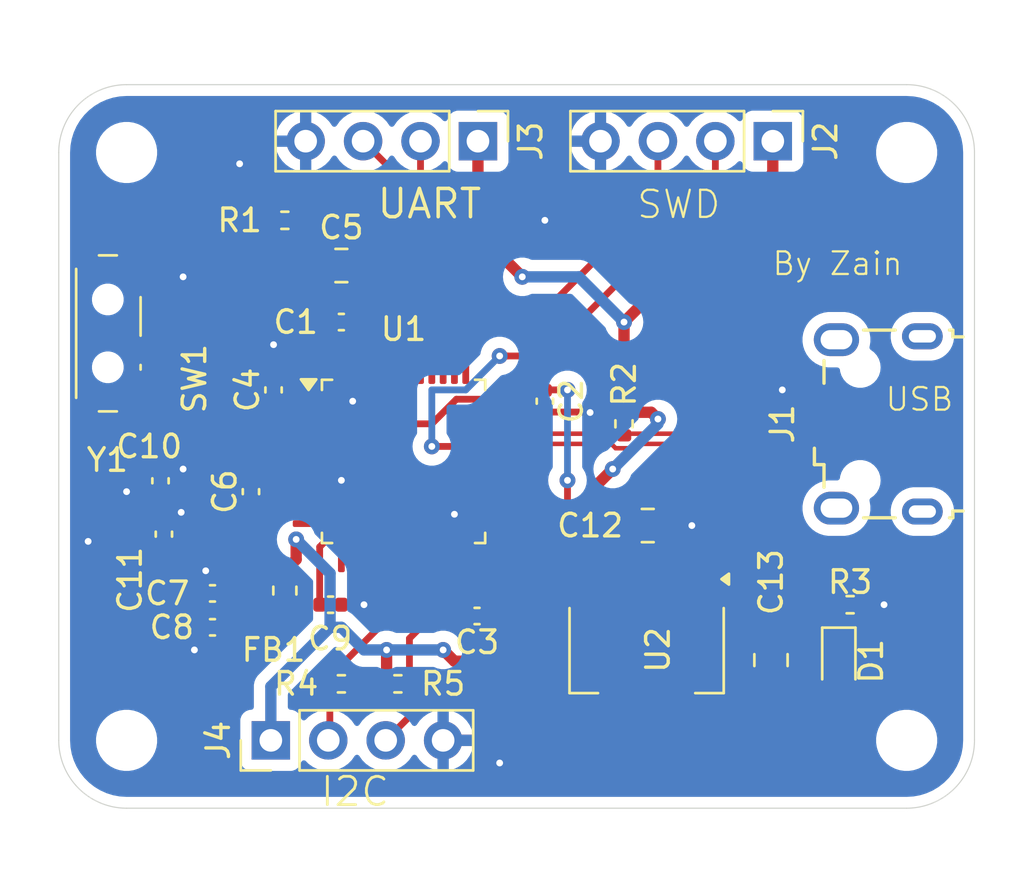
<source format=kicad_pcb>
(kicad_pcb (version 20240108) (generator "pcbnew") (generator_version "8.0")
  (layers (0 "F.Cu" signal) (31 "B.Cu" power) (34 "B.Paste" user) (35 "F.Paste" user) (36 "B.SilkS" user "B.Silkscreen") (37 "F.SilkS" user "F.Silkscreen") (38 "B.Mask" user) (39 "F.Mask" user) (44 "Edge.Cuts" user))
  (net 0 "")
  (net 1 "+3.3V")
  (net 2 "+3.3VA")
  (net 3 "Net-(C8-Pad1)")
  (net 4 "/NRST")
  (net 5 "/HSE_IN")
  (net 6 "/HSE_OUT")
  (net 7 "VBUS")
  (net 8 "/Pwr_led")
  (net 9 "/USB_D-")
  (net 12 "/USB_D+")
  (net 14 "/SWDIO")
  (net 15 "/SWCLK")
  (net 16 "/USART1_TX")
  (net 17 "/USART1_RX")
  (net 18 "Net-(J4-Pin_2)")
  (net 19 "Net-(J4-Pin_3)")
  (net 20 "/SW_BOOT0")
  (net 21 "/BOOT0")
  (net 49 "GND")
  (footprint "Connector_PinHeader_2.54mm:PinHeader_1x04_P2.54mm_Vertical" (layer "F.Cu") (at 91.88 77.5 90)
    (property "Reference" "J4" (at 0 -2.33 90) (layer "F.SilkS"))
    (property "Value" "Conn_01x04_Pin")
    (fp_line (start -1.33 -1.33) (end 0 -1.33) (stroke (width 0.12)) (layer "F.SilkS"))
    (fp_line (start -1.33 0) (end -1.33 -1.33) (stroke (width 0.12)) (layer "F.SilkS"))
    (fp_line (start 1.33 1.27) (end 1.33 8.95) (stroke (width 0.12)) (layer "F.SilkS"))
    (fp_line (start -1.33 1.27) (end 1.33 1.27) (stroke (width 0.12)) (layer "F.SilkS"))
    (fp_line (start -1.33 1.27) (end -1.33 8.95) (stroke (width 0.12)) (layer "F.SilkS"))
    (fp_line (start -1.33 8.95) (end 1.33 8.95) (stroke (width 0.12)) (layer "F.SilkS"))
    (pad "1" thru_hole rect (at 0 0 90) (size 1.7 1.7) (drill 1) (layers "*.Cu" "*.Mask") (net 2 "+3.3VA"))
    (pad "2" thru_hole oval (at 0 2.54 90) (size 1.7 1.7) (drill 1) (layers "*.Cu" "*.Mask") (net 18 "Net-(J4-Pin_2)"))
    (pad "3" thru_hole oval (at 0 5.08 90) (size 1.7 1.7) (drill 1) (layers "*.Cu" "*.Mask") (net 19 "Net-(J4-Pin_3)"))
    (pad "4" thru_hole oval (at 0 7.62 90) (size 1.7 1.7) (drill 1) (layers "*.Cu" "*.Mask") (net 49 "GND"))
  )
  (footprint "Capacitor_SMD:C_0805_2012Metric" (layer "F.Cu") (at 108.55 68)
    (property "Reference" "C12" (at -2.55 0 0) (layer "F.SilkS"))
    (property "Value" "22u")
    (fp_line (start -0.261252 -0.735) (end 0.261252 -0.735) (stroke (width 0.12)) (layer "F.SilkS"))
    (fp_line (start -0.261252 0.735) (end 0.261252 0.735) (stroke (width 0.12)) (layer "F.SilkS"))
    (pad "1" smd roundrect (at -0.95 0) (size 1 1.45) (layers "F.Cu" "F.Paste" "F.Mask") (net 7 "VBUS"))
    (pad "2" smd roundrect (at 0.95 0) (size 1 1.45) (layers "F.Cu" "F.Paste" "F.Mask") (net 49 "GND"))
  )
  (footprint "Connector_PinHeader_2.54mm:PinHeader_1x04_P2.54mm_Vertical" (layer "F.Cu") (at 101.04 51 -90)
    (property "Reference" "J3" (at 0 -2.33 90) (layer "F.SilkS"))
    (property "Value" "Conn_01x04_Pin")
    (fp_line (start -1.33 8.95) (end 1.33 8.95) (stroke (width 0.12)) (layer "F.SilkS"))
    (fp_line (start -1.33 1.27) (end -1.33 8.95) (stroke (width 0.12)) (layer "F.SilkS"))
    (fp_line (start -1.33 1.27) (end 1.33 1.27) (stroke (width 0.12)) (layer "F.SilkS"))
    (fp_line (start 1.33 1.27) (end 1.33 8.95) (stroke (width 0.12)) (layer "F.SilkS"))
    (fp_line (start -1.33 0) (end -1.33 -1.33) (stroke (width 0.12)) (layer "F.SilkS"))
    (fp_line (start -1.33 -1.33) (end 0 -1.33) (stroke (width 0.12)) (layer "F.SilkS"))
    (pad "1" thru_hole rect (at 0 0 270) (size 1.7 1.7) (drill 1) (layers "*.Cu" "*.Mask") (net 2 "+3.3VA"))
    (pad "2" thru_hole oval (at 0 2.54 270) (size 1.7 1.7) (drill 1) (layers "*.Cu" "*.Mask") (net 16 "/USART1_TX"))
    (pad "3" thru_hole oval (at 0 5.08 270) (size 1.7 1.7) (drill 1) (layers "*.Cu" "*.Mask") (net 17 "/USART1_RX"))
    (pad "4" thru_hole oval (at 0 7.62 270) (size 1.7 1.7) (drill 1) (layers "*.Cu" "*.Mask") (net 49 "GND"))
  )
  (footprint "Capacitor_SMD:C_0402_1005Metric" (layer "F.Cu") (at 95 59)
    (property "Reference" "C1" (at -2.02 0 0) (layer "F.SilkS"))
    (property "Value" "10u")
    (fp_line (start -0.107836 -0.36) (end 0.107836 -0.36) (stroke (width 0.12)) (layer "F.SilkS"))
    (fp_line (start -0.107836 0.36) (end 0.107836 0.36) (stroke (width 0.12)) (layer "F.SilkS"))
    (pad "1" smd roundrect (at -0.48 0) (size 0.56 0.62) (layers "F.Cu" "F.Paste" "F.Mask") (net 1 "+3.3V"))
    (pad "2" smd roundrect (at 0.48 0) (size 0.56 0.62) (layers "F.Cu" "F.Paste" "F.Mask") (net 49 "GND"))
  )
  (footprint "Capacitor_SMD:C_0402_1005Metric" (layer "F.Cu") (at 89.3 72.5 180)
    (property "Reference" "C8" (at 1.8 0 0) (layer "F.SilkS"))
    (property "Value" "10p")
    (fp_line (start -0.107836 0.36) (end 0.107836 0.36) (stroke (width 0.12)) (layer "F.SilkS"))
    (fp_line (start -0.107836 -0.36) (end 0.107836 -0.36) (stroke (width 0.12)) (layer "F.SilkS"))
    (pad "1" smd roundrect (at -0.48 0 180) (size 0.56 0.62) (layers "F.Cu" "F.Paste" "F.Mask") (net 3 "Net-(C8-Pad1)"))
    (pad "2" smd roundrect (at 0.48 0 180) (size 0.56 0.62) (layers "F.Cu" "F.Paste" "F.Mask") (net 49 "GND"))
  )
  (footprint "Package_QFP:LQFP-48_7x7mm_P0.5mm" (layer "F.Cu") (at 97.75 65.1625)
    (property "Reference" "U1" (at 0 -5.85 0) (layer "F.SilkS"))
    (property "Value" "STM32F103C8T6")
    (fp_line (start -3.61 -3.61) (end -3.61 -3.16) (stroke (width 0.12)) (layer "F.SilkS"))
    (fp_line (start -3.61 3.61) (end -3.61 3.16) (stroke (width 0.12)) (layer "F.SilkS"))
    (fp_line (start -3.16 -3.61) (end -3.61 -3.61) (stroke (width 0.12)) (layer "F.SilkS"))
    (fp_line (start -3.16 3.61) (end -3.61 3.61) (stroke (width 0.12)) (layer "F.SilkS"))
    (fp_line (start 3.16 -3.61) (end 3.61 -3.61) (stroke (width 0.12)) (layer "F.SilkS"))
    (fp_line (start 3.16 3.61) (end 3.61 3.61) (stroke (width 0.12)) (layer "F.SilkS"))
    (fp_line (start 3.61 -3.61) (end 3.61 -3.16) (stroke (width 0.12)) (layer "F.SilkS"))
    (fp_line (start 3.61 3.61) (end 3.61 3.16) (stroke (width 0.12)) (layer "F.SilkS"))
    (fp_poly (pts (xy -4.2 -3.16) (xy -4.54 -3.63) (xy -3.86 -3.63) (xy -4.2 -3.16)) (stroke (width 0.12)) (fill solid) (layer "F.SilkS"))
    (pad "1" smd roundrect (at -4.1625 -2.75) (size 1.475 0.3) (layers "F.Cu" "F.Paste" "F.Mask") (net 1 "+3.3V"))
    (pad "2" smd roundrect (at -4.1625 -2.25) (size 1.475 0.3) (layers "F.Cu" "F.Paste" "F.Mask"))
    (pad "3" smd roundrect (at -4.1625 -1.75) (size 1.475 0.3) (layers "F.Cu" "F.Paste" "F.Mask"))
    (pad "4" smd roundrect (at -4.1625 -1.25) (size 1.475 0.3) (layers "F.Cu" "F.Paste" "F.Mask"))
    (pad "5" smd roundrect (at -4.1625 -0.75) (size 1.475 0.3) (layers "F.Cu" "F.Paste" "F.Mask") (net 5 "/HSE_IN"))
    (pad "6" smd roundrect (at -4.1625 -0.25) (size 1.475 0.3) (layers "F.Cu" "F.Paste" "F.Mask") (net 6 "/HSE_OUT"))
    (pad "7" smd roundrect (at -4.1625 0.25) (size 1.475 0.3) (layers "F.Cu" "F.Paste" "F.Mask") (net 4 "/NRST"))
    (pad "8" smd roundrect (at -4.1625 0.75) (size 1.475 0.3) (layers "F.Cu" "F.Paste" "F.Mask") (net 49 "GND"))
    (pad "9" smd roundrect (at -4.1625 1.25) (size 1.475 0.3) (layers "F.Cu" "F.Paste" "F.Mask") (net 2 "+3.3VA"))
    (pad "10" smd roundrect (at -4.1625 1.75) (size 1.475 0.3) (layers "F.Cu" "F.Paste" "F.Mask"))
    (pad "11" smd roundrect (at -4.1625 2.25) (size 1.475 0.3) (layers "F.Cu" "F.Paste" "F.Mask"))
    (pad "12" smd roundrect (at -4.1625 2.75) (size 1.475 0.3) (layers "F.Cu" "F.Paste" "F.Mask"))
    (pad "13" smd roundrect (at -2.75 4.1625) (size 0.3 1.475) (layers "F.Cu" "F.Paste" "F.Mask"))
    (pad "14" smd roundrect (at -2.25 4.1625) (size 0.3 1.475) (layers "F.Cu" "F.Paste" "F.Mask"))
    (pad "15" smd roundrect (at -1.75 4.1625) (size 0.3 1.475) (layers "F.Cu" "F.Paste" "F.Mask"))
    (pad "16" smd roundrect (at -1.25 4.1625) (size 0.3 1.475) (layers "F.Cu" "F.Paste" "F.Mask"))
    (pad "17" smd roundrect (at -0.75 4.1625) (size 0.3 1.475) (layers "F.Cu" "F.Paste" "F.Mask"))
    (pad "18" smd roundrect (at -0.25 4.1625) (size 0.3 1.475) (layers "F.Cu" "F.Paste" "F.Mask"))
    (pad "19" smd roundrect (at 0.25 4.1625) (size 0.3 1.475) (layers "F.Cu" "F.Paste" "F.Mask"))
    (pad "20" smd roundrect (at 0.75 4.1625) (size 0.3 1.475) (layers "F.Cu" "F.Paste" "F.Mask"))
    (pad "21" smd roundrect (at 1.25 4.1625) (size 0.3 1.475) (layers "F.Cu" "F.Paste" "F.Mask") (net 18 "Net-(J4-Pin_2)"))
    (pad "22" smd roundrect (at 1.75 4.1625) (size 0.3 1.475) (layers "F.Cu" "F.Paste" "F.Mask") (net 19 "Net-(J4-Pin_3)"))
    (pad "23" smd roundrect (at 2.25 4.1625) (size 0.3 1.475) (layers "F.Cu" "F.Paste" "F.Mask") (net 49 "GND"))
    (pad "24" smd roundrect (at 2.75 4.1625) (size 0.3 1.475) (layers "F.Cu" "F.Paste" "F.Mask") (net 1 "+3.3V"))
    (pad "25" smd roundrect (at 4.1625 2.75) (size 1.475 0.3) (layers "F.Cu" "F.Paste" "F.Mask"))
    (pad "26" smd roundrect (at 4.1625 2.25) (size 1.475 0.3) (layers "F.Cu" "F.Paste" "F.Mask"))
    (pad "27" smd roundrect (at 4.1625 1.75) (size 1.475 0.3) (layers "F.Cu" "F.Paste" "F.Mask"))
    (pad "28" smd roundrect (at 4.1625 1.25) (size 1.475 0.3) (layers "F.Cu" "F.Paste" "F.Mask"))
    (pad "29" smd roundrect (at 4.1625 0.75) (size 1.475 0.3) (layers "F.Cu" "F.Paste" "F.Mask"))
    (pad "30" smd roundrect (at 4.1625 0.25) (size 1.475 0.3) (layers "F.Cu" "F.Paste" "F.Mask"))
    (pad "31" smd roundrect (at 4.1625 -0.25) (size 1.475 0.3) (layers "F.Cu" "F.Paste" "F.Mask"))
    (pad "32" smd roundrect (at 4.1625 -0.75) (size 1.475 0.3) (layers "F.Cu" "F.Paste" "F.Mask") (net 9 "/USB_D-"))
    (pad "33" smd roundrect (at 4.1625 -1.25) (size 1.475 0.3) (layers "F.Cu" "F.Paste" "F.Mask") (net 12 "/USB_D+"))
    (pad "34" smd roundrect (at 4.1625 -1.75) (size 1.475 0.3) (layers "F.Cu" "F.Paste" "F.Mask") (net 14 "/SWDIO"))
    (pad "35" smd roundrect (at 4.1625 -2.25) (size 1.475 0.3) (layers "F.Cu" "F.Paste" "F.Mask") (net 49 "GND"))
    (pad "36" smd roundrect (at 4.1625 -2.75) (size 1.475 0.3) (layers "F.Cu" "F.Paste" "F.Mask") (net 1 "+3.3V"))
    (pad "37" smd roundrect (at 2.75 -4.1625) (size 0.3 1.475) (layers "F.Cu" "F.Paste" "F.Mask") (net 15 "/SWCLK"))
    (pad "38" smd roundrect (at 2.25 -4.1625) (size 0.3 1.475) (layers "F.Cu" "F.Paste" "F.Mask"))
    (pad "39" smd roundrect (at 1.75 -4.1625) (size 0.3 1.475) (layers "F.Cu" "F.Paste" "F.Mask"))
    (pad "40" smd roundrect (at 1.25 -4.1625) (size 0.3 1.475) (layers "F.Cu" "F.Paste" "F.Mask"))
    (pad "41" smd roundrect (at 0.75 -4.1625) (size 0.3 1.475) (layers "F.Cu" "F.Paste" "F.Mask"))
    (pad "42" smd roundrect (at 0.25 -4.1625) (size 0.3 1.475) (layers "F.Cu" "F.Paste" "F.Mask") (net 16 "/USART1_TX"))
    (pad "43" smd roundrect (at -0.25 -4.1625) (size 0.3 1.475) (layers "F.Cu" "F.Paste" "F.Mask") (net 17 "/USART1_RX"))
    (pad "44" smd roundrect (at -0.75 -4.1625) (size 0.3 1.475) (layers "F.Cu" "F.Paste" "F.Mask") (net 21 "/BOOT0"))
    (pad "45" smd roundrect (at -1.25 -4.1625) (size 0.3 1.475) (layers "F.Cu" "F.Paste" "F.Mask"))
    (pad "46" smd roundrect (at -1.75 -4.1625) (size 0.3 1.475) (layers "F.Cu" "F.Paste" "F.Mask"))
    (pad "47" smd roundrect (at -2.25 -4.1625) (size 0.3 1.475) (layers "F.Cu" "F.Paste" "F.Mask") (net 49 "GND"))
    (pad "48" smd roundrect (at -2.75 -4.1625) (size 0.3 1.475) (layers "F.Cu" "F.Paste" "F.Mask") (net 1 "+3.3V"))
  )
  (footprint "Package_TO_SOT_SMD:SOT-223-3_TabPin2" (layer "F.Cu") (at 108.5 73.5 -90)
    (property "Reference" "U2" (at 0 -0.5 90) (layer "F.SilkS"))
    (property "Value" "AMS1117-3.3")
    (fp_line (start -1.85 3.41) (end 1.91 3.41) (stroke (width 0.12)) (layer "F.SilkS"))
    (fp_line (start 1.91 3.41) (end 1.91 2.15) (stroke (width 0.12)) (layer "F.SilkS"))
    (fp_line (start -1.85 -3.41) (end 1.91 -3.41) (stroke (width 0.12)) (layer "F.SilkS"))
    (fp_line (start 1.91 -3.41) (end 1.91 -2.15) (stroke (width 0.12)) (layer "F.SilkS"))
    (fp_poly (pts (xy -3.13 -3.31) (xy -3.37 -3.64) (xy -2.89 -3.64) (xy -3.13 -3.31)) (stroke (width 0.12)) (fill solid) (layer "F.SilkS"))
    (pad "1" smd roundrect (at -3.15 -2.3 270) (size 2 1.5) (layers "F.Cu" "F.Paste" "F.Mask") (net 49 "GND"))
    (pad "2" smd roundrect (at -3.15 0 270) (size 2 1.5) (layers "F.Cu" "F.Paste" "F.Mask") (net 2 "+3.3VA"))
    (pad "2" smd roundrect (at 3.15 0 270) (size 2 3.8) (layers "F.Cu" "F.Paste" "F.Mask") (net 2 "+3.3VA"))
    (pad "3" smd roundrect (at -3.15 2.3 270) (size 2 1.5) (layers "F.Cu" "F.Paste" "F.Mask") (net 7 "VBUS"))
  )
  (footprint "Resistor_SMD:R_0402_1005Metric" (layer "F.Cu") (at 92.5 54.5)
    (property "Reference" "R1" (at -2 0 0) (layer "F.SilkS"))
    (property "Value" "10k")
    (fp_line (start -0.153641 -0.38) (end 0.153641 -0.38) (stroke (width 0.12)) (layer "F.SilkS"))
    (fp_line (start -0.153641 0.38) (end 0.153641 0.38) (stroke (width 0.12)) (layer "F.SilkS"))
    (pad "1" smd roundrect (at -0.51 0) (size 0.54 0.64) (layers "F.Cu" "F.Paste" "F.Mask") (net 20 "/SW_BOOT0"))
    (pad "2" smd roundrect (at 0.51 0) (size 0.54 0.64) (layers "F.Cu" "F.Paste" "F.Mask") (net 21 "/BOOT0"))
  )
  (footprint "Capacitor_SMD:C_0805_2012Metric" (layer "F.Cu") (at 114 73.95 90)
    (property "Reference" "C13" (at 3.45 0 90) (layer "F.SilkS"))
    (property "Value" "22u")
    (fp_line (start -0.261252 -0.735) (end 0.261252 -0.735) (stroke (width 0.12)) (layer "F.SilkS"))
    (fp_line (start -0.261252 0.735) (end 0.261252 0.735) (stroke (width 0.12)) (layer "F.SilkS"))
    (pad "1" smd roundrect (at -0.95 0 90) (size 1 1.45) (layers "F.Cu" "F.Paste" "F.Mask") (net 2 "+3.3VA"))
    (pad "2" smd roundrect (at 0.95 0 90) (size 1 1.45) (layers "F.Cu" "F.Paste" "F.Mask") (net 49 "GND"))
  )
  (footprint "Inductor_SMD:L_0603_1608Metric_Pad1.05x0.95mm_HandSolder" (layer "F.Cu") (at 92.5 70.875 -90)
    (property "Reference" "FB1" (at 2.625 0.5 180) (layer "F.SilkS"))
    (property "Value" "120R")
    (fp_line (start -0.171267 0.51) (end 0.171267 0.51) (stroke (width 0.12)) (layer "F.SilkS"))
    (fp_line (start -0.171267 -0.51) (end 0.171267 -0.51) (stroke (width 0.12)) (layer "F.SilkS"))
    (pad "1" smd roundrect (at -0.875 0 270) (size 1.05 0.95) (layers "F.Cu" "F.Paste" "F.Mask") (net 2 "+3.3VA"))
    (pad "2" smd roundrect (at 0.875 0 270) (size 1.05 0.95) (layers "F.Cu" "F.Paste" "F.Mask") (net 3 "Net-(C8-Pad1)"))
  )
  (footprint "MountingHole:MountingHole_2.2mm_M2" (layer "F.Cu") (at 120 77.5)
    (property "Reference" "H2" (hide yes))
    (property "Value" "MountingHole")
    (pad "" np_thru_hole circle (at 0 0) (size 2.2 2.2) (drill 2.2) (layers "*.Cu" "*.Mask"))
  )
  (footprint "Resistor_SMD:R_0402_1005Metric" (layer "F.Cu") (at 107.5 63.5 -90)
    (property "Reference" "R2" (at -1.75 0 -90) (layer "F.SilkS"))
    (property "Value" "1k5")
    (fp_line (start -0.153641 0.38) (end 0.153641 0.38) (stroke (width 0.12)) (layer "F.SilkS"))
    (fp_line (start -0.153641 -0.38) (end 0.153641 -0.38) (stroke (width 0.12)) (layer "F.SilkS"))
    (pad "1" smd roundrect (at -0.51 0 270) (size 0.54 0.64) (layers "F.Cu" "F.Paste" "F.Mask") (net 2 "+3.3VA"))
    (pad "2" smd roundrect (at 0.51 0 270) (size 0.54 0.64) (layers "F.Cu" "F.Paste" "F.Mask") (net 12 "/USB_D+"))
  )
  (footprint "Connector_PinHeader_2.54mm:PinHeader_1x04_P2.54mm_Vertical" (layer "F.Cu") (at 114.08 51 -90)
    (property "Reference" "J2" (at 0 -2.33 90) (layer "F.SilkS"))
    (property "Value" "Conn_01x04_Pin")
    (fp_line (start -1.33 8.95) (end 1.33 8.95) (stroke (width 0.12)) (layer "F.SilkS"))
    (fp_line (start -1.33 1.27) (end -1.33 8.95) (stroke (width 0.12)) (layer "F.SilkS"))
    (fp_line (start -1.33 1.27) (end 1.33 1.27) (stroke (width 0.12)) (layer "F.SilkS"))
    (fp_line (start 1.33 1.27) (end 1.33 8.95) (stroke (width 0.12)) (layer "F.SilkS"))
    (fp_line (start -1.33 0) (end -1.33 -1.33) (stroke (width 0.12)) (layer "F.SilkS"))
    (fp_line (start -1.33 -1.33) (end 0 -1.33) (stroke (width 0.12)) (layer "F.SilkS"))
    (pad "1" thru_hole rect (at 0 0 270) (size 1.7 1.7) (drill 1) (layers "*.Cu" "*.Mask") (net 2 "+3.3VA"))
    (pad "2" thru_hole oval (at 0 2.54 270) (size 1.7 1.7) (drill 1) (layers "*.Cu" "*.Mask") (net 14 "/SWDIO"))
    (pad "3" thru_hole oval (at 0 5.08 270) (size 1.7 1.7) (drill 1) (layers "*.Cu" "*.Mask") (net 15 "/SWCLK"))
    (pad "4" thru_hole oval (at 0 7.62 270) (size 1.7 1.7) (drill 1) (layers "*.Cu" "*.Mask") (net 49 "GND"))
  )
  (footprint "Capacitor_SMD:C_0402_1005Metric" (layer "F.Cu") (at 104 62.5 -90)
    (property "Reference" "C2" (at 0 -1.16 90) (layer "F.SilkS"))
    (property "Value" "100n")
    (fp_line (start -0.107836 0.36) (end 0.107836 0.36) (stroke (width 0.12)) (layer "F.SilkS"))
    (fp_line (start -0.107836 -0.36) (end 0.107836 -0.36) (stroke (width 0.12)) (layer "F.SilkS"))
    (pad "1" smd roundrect (at -0.48 0 270) (size 0.56 0.62) (layers "F.Cu" "F.Paste" "F.Mask") (net 1 "+3.3V"))
    (pad "2" smd roundrect (at 0.48 0 270) (size 0.56 0.62) (layers "F.Cu" "F.Paste" "F.Mask") (net 49 "GND"))
  )
  (footprint "Resistor_SMD:R_0402_1005Metric" (layer "F.Cu") (at 117.5 71.5)
    (property "Reference" "R3" (at 0 -1 0) (layer "F.SilkS"))
    (property "Value" "1k5")
    (fp_line (start -0.153641 -0.38) (end 0.153641 -0.38) (stroke (width 0.12)) (layer "F.SilkS"))
    (fp_line (start -0.153641 0.38) (end 0.153641 0.38) (stroke (width 0.12)) (layer "F.SilkS"))
    (pad "1" smd roundrect (at -0.51 0) (size 0.54 0.64) (layers "F.Cu" "F.Paste" "F.Mask") (net 8 "/Pwr_led"))
    (pad "2" smd roundrect (at 0.51 0) (size 0.54 0.64) (layers "F.Cu" "F.Paste" "F.Mask") (net 49 "GND"))
  )
  (footprint "Capacitor_SMD:C_0402_1005Metric" (layer "F.Cu") (at 94.52 71.5)
    (property "Reference" "C9" (at -0.02 1.5 0) (layer "F.SilkS"))
    (property "Value" "100n")
    (fp_line (start -0.107836 -0.36) (end 0.107836 -0.36) (stroke (width 0.12)) (layer "F.SilkS"))
    (fp_line (start -0.107836 0.36) (end 0.107836 0.36) (stroke (width 0.12)) (layer "F.SilkS"))
    (pad "1" smd roundrect (at -0.48 0) (size 0.56 0.62) (layers "F.Cu" "F.Paste" "F.Mask") (net 4 "/NRST"))
    (pad "2" smd roundrect (at 0.48 0) (size 0.56 0.62) (layers "F.Cu" "F.Paste" "F.Mask") (net 49 "GND"))
  )
  (footprint "Capacitor_SMD:C_0402_1005Metric" (layer "F.Cu") (at 91 66.5 90)
    (property "Reference" "C6" (at 0 -1.16 90) (layer "F.SilkS"))
    (property "Value" "10n")
    (fp_line (start -0.107836 -0.36) (end 0.107836 -0.36) (stroke (width 0.12)) (layer "F.SilkS"))
    (fp_line (start -0.107836 0.36) (end 0.107836 0.36) (stroke (width 0.12)) (layer "F.SilkS"))
    (pad "1" smd roundrect (at -0.48 0 90) (size 0.56 0.62) (layers "F.Cu" "F.Paste" "F.Mask") (net 2 "+3.3VA"))
    (pad "2" smd roundrect (at 0.48 0 90) (size 0.56 0.62) (layers "F.Cu" "F.Paste" "F.Mask") (net 49 "GND"))
  )
  (footprint "Capacitor_SMD:C_0805_2012Metric" (layer "F.Cu") (at 95 56.5)
    (property "Reference" "C5" (at 0 -1.68 0) (layer "F.SilkS"))
    (property "Value" "10u")
    (fp_line (start -0.261252 -0.735) (end 0.261252 -0.735) (stroke (width 0.12)) (layer "F.SilkS"))
    (fp_line (start -0.261252 0.735) (end 0.261252 0.735) (stroke (width 0.12)) (layer "F.SilkS"))
    (pad "1" smd roundrect (at -0.95 0) (size 1 1.45) (layers "F.Cu" "F.Paste" "F.Mask") (net 1 "+3.3V"))
    (pad "2" smd roundrect (at 0.95 0) (size 1 1.45) (layers "F.Cu" "F.Paste" "F.Mask") (net 49 "GND"))
  )
  (footprint "Capacitor_SMD:C_0402_1005Metric" (layer "F.Cu") (at 101 72 180)
    (property "Reference" "C3" (at 0 -1.16 0) (layer "F.SilkS"))
    (property "Value" "100n")
    (fp_line (start -0.107836 0.36) (end 0.107836 0.36) (stroke (width 0.12)) (layer "F.SilkS"))
    (fp_line (start -0.107836 -0.36) (end 0.107836 -0.36) (stroke (width 0.12)) (layer "F.SilkS"))
    (pad "1" smd roundrect (at -0.48 0 180) (size 0.56 0.62) (layers "F.Cu" "F.Paste" "F.Mask") (net 1 "+3.3V"))
    (pad "2" smd roundrect (at 0.48 0 180) (size 0.56 0.62) (layers "F.Cu" "F.Paste" "F.Mask") (net 49 "GND"))
  )
  (footprint "LED_SMD:LED_0603_1608Metric" (layer "F.Cu") (at 117 74 -90)
    (property "Reference" "D1" (at 0 -1.43 90) (layer "F.SilkS"))
    (property "Value" "LED")
    (fp_line (start -1.485 0.735) (end 0.8 0.735) (stroke (width 0.12)) (layer "F.SilkS"))
    (fp_line (start -1.485 -0.735) (end -1.485 0.735) (stroke (width 0.12)) (layer "F.SilkS"))
    (fp_line (start 0.8 -0.735) (end -1.485 -0.735) (stroke (width 0.12)) (layer "F.SilkS"))
    (pad "1" smd roundrect (at -0.7875 0 270) (size 0.875 0.95) (layers "F.Cu" "F.Paste" "F.Mask") (net 8 "/Pwr_led"))
    (pad "2" smd roundrect (at 0.7875 0 270) (size 0.875 0.95) (layers "F.Cu" "F.Paste" "F.Mask") (net 2 "+3.3VA"))
  )
  (footprint "MountingHole:MountingHole_2.2mm_M2" (layer "F.Cu") (at 85.5 51.5)
    (property "Reference" "H3" (hide yes))
    (property "Value" "MountingHole")
    (pad "" np_thru_hole circle (at 0 0) (size 2.2 2.2) (drill 2.2) (layers "*.Cu" "*.Mask"))
  )
  (footprint "Crystal:Crystal_SMD_3225-4Pin_3.2x2.5mm" (layer "F.Cu") (at 84.65 67.6 -90)
    (property "Reference" "Y1" (at -2.5 0 0) (layer "F.SilkS"))
    (property "Value" "16MHz")
    (pad "1" smd rect (at -1.1 0.85 270) (size 1.4 1.2) (layers "F.Cu" "F.Paste" "F.Mask") (net 5 "/HSE_IN"))
    (pad "2" smd rect (at 1.1 0.85 270) (size 1.4 1.2) (layers "F.Cu" "F.Paste" "F.Mask") (net 49 "GND"))
    (pad "3" smd rect (at 1.1 -0.85 270) (size 1.4 1.2) (layers "F.Cu" "F.Paste" "F.Mask") (net 6 "/HSE_OUT"))
    (pad "4" smd rect (at -1.1 -0.85 270) (size 1.4 1.2) (layers "F.Cu" "F.Paste" "F.Mask") (net 49 "GND"))
  )
  (footprint "Button_Switch_SMD:SW_SPDT_PCM12" (layer "F.Cu") (at 85 59.5 -90)
    (property "Reference" "SW1" (at 2 -3.5 90) (layer "F.SilkS"))
    (property "Value" "SW_SPDT")
    (fp_line (start -2.85 1.73) (end 2.85 1.73) (stroke (width 0.12)) (layer "F.SilkS"))
    (fp_line (start 3.45 0.72) (end 3.45 -0.07) (stroke (width 0.12)) (layer "F.SilkS"))
    (fp_line (start -3.45 -0.07) (end -3.45 0.72) (stroke (width 0.12)) (layer "F.SilkS"))
    (fp_line (start -1.6 -1.12) (end 0.1 -1.12) (stroke (width 0.12)) (layer "F.SilkS"))
    (fp_line (start 1.4 -1.12) (end 1.6 -1.12) (stroke (width 0.12)) (layer "F.SilkS"))
    (pad "" smd rect (at -3.65 -0.78 270) (size 1 0.8) (layers "F.Cu" "F.Paste" "F.Mask"))
    (pad "" smd rect (at -3.65 1.43 270) (size 1 0.8) (layers "F.Cu" "F.Paste" "F.Mask"))
    (pad "" np_thru_hole circle (at -1.5 0.33 270) (size 0.9 0.9) (drill 0.9) (layers "*.Cu" "*.Mask"))
    (pad "" np_thru_hole circle (at 1.5 0.33 270) (size 0.9 0.9) (drill 0.9) (layers "*.Cu" "*.Mask"))
    (pad "" smd rect (at 3.65 -0.78 270) (size 1 0.8) (layers "F.Cu" "F.Paste" "F.Mask"))
    (pad "" smd rect (at 3.65 1.43 270) (size 1 0.8) (layers "F.Cu" "F.Paste" "F.Mask"))
    (pad "1" smd rect (at -2.25 -1.43 270) (size 0.7 1.5) (layers "F.Cu" "F.Paste" "F.Mask") (net 49 "GND"))
    (pad "2" smd rect (at 0.75 -1.43 270) (size 0.7 1.5) (layers "F.Cu" "F.Paste" "F.Mask") (net 20 "/SW_BOOT0"))
    (pad "3" smd rect (at 2.25 -1.43 270) (size 0.7 1.5) (layers "F.Cu" "F.Paste" "F.Mask") (net 1 "+3.3V"))
  )
  (footprint "Capacitor_SMD:C_0402_1005Metric" (layer "F.Cu") (at 92 62 90)
    (property "Reference" "C4" (at 0 -1.16 90) (layer "F.SilkS"))
    (property "Value" "100n")
    (fp_line (start -0.107836 -0.36) (end 0.107836 -0.36) (stroke (width 0.12)) (layer "F.SilkS"))
    (fp_line (start -0.107836 0.36) (end 0.107836 0.36) (stroke (width 0.12)) (layer "F.SilkS"))
    (pad "1" smd roundrect (at -0.48 0 90) (size 0.56 0.62) (layers "F.Cu" "F.Paste" "F.Mask") (net 1 "+3.3V"))
    (pad "2" smd roundrect (at 0.48 0 90) (size 0.56 0.62) (layers "F.Cu" "F.Paste" "F.Mask") (net 49 "GND"))
  )
  (footprint "Capacitor_SMD:C_0402_1005Metric" (layer "F.Cu") (at 89.3 71 180)
    (property "Reference" "C7" (at 2 0 0) (layer "F.SilkS"))
    (property "Value" "1u")
    (fp_line (start -0.107836 0.36) (end 0.107836 0.36) (stroke (width 0.12)) (layer "F.SilkS"))
    (fp_line (start -0.107836 -0.36) (end 0.107836 -0.36) (stroke (width 0.12)) (layer "F.SilkS"))
    (pad "1" smd roundrect (at -0.48 0 180) (size 0.56 0.62) (layers "F.Cu" "F.Paste" "F.Mask") (net 2 "+3.3VA"))
    (pad "2" smd roundrect (at 0.48 0 180) (size 0.56 0.62) (layers "F.Cu" "F.Paste" "F.Mask") (net 49 "GND"))
  )
  (footprint "Capacitor_SMD:C_0402_1005Metric" (layer "F.Cu") (at 87 66.02 90)
    (property "Reference" "C10" (at 1.52 -0.5 180) (layer "F.SilkS"))
    (property "Value" "10p" (hide yes))
    (fp_line (start -0.107836 -0.36) (end 0.107836 -0.36) (stroke (width 0.12)) (layer "F.SilkS"))
    (fp_line (start -0.107836 0.36) (end 0.107836 0.36) (stroke (width 0.12)) (layer "F.SilkS"))
    (pad "1" smd roundrect (at -0.48 0 90) (size 0.56 0.62) (layers "F.Cu" "F.Paste" "F.Mask") (net 5 "/HSE_IN"))
    (pad "2" smd roundrect (at 0.48 0 90) (size 0.56 0.62) (layers "F.Cu" "F.Paste" "F.Mask") (net 49 "GND"))
  )
  (footprint "Resistor_SMD:R_0402_1005Metric" (layer "F.Cu") (at 97.5 75)
    (property "Reference" "R5" (at 2 0 0) (layer "F.SilkS"))
    (property "Value" "1k5")
    (fp_line (start -0.153641 -0.38) (end 0.153641 -0.38) (stroke (width 0.12)) (layer "F.SilkS"))
    (fp_line (start -0.153641 0.38) (end 0.153641 0.38) (stroke (width 0.12)) (layer "F.SilkS"))
    (pad "1" smd roundrect (at -0.51 0) (size 0.54 0.64) (layers "F.Cu" "F.Paste" "F.Mask") (net 2 "+3.3VA"))
    (pad "2" smd roundrect (at 0.51 0) (size 0.54 0.64) (layers "F.Cu" "F.Paste" "F.Mask") (net 19 "Net-(J4-Pin_3)"))
  )
  (footprint "Resistor_SMD:R_0402_1005Metric" (layer "F.Cu") (at 95 75 180)
    (property "Reference" "R4" (at 2 0 0) (layer "F.SilkS"))
    (property "Value" "1k5")
    (fp_line (start -0.153641 0.38) (end 0.153641 0.38) (stroke (width 0.12)) (layer "F.SilkS"))
    (fp_line (start -0.153641 -0.38) (end 0.153641 -0.38) (stroke (width 0.12)) (layer "F.SilkS"))
    (pad "1" smd roundrect (at -0.51 0 180) (size 0.54 0.64) (layers "F.Cu" "F.Paste" "F.Mask") (net 2 "+3.3VA"))
    (pad "2" smd roundrect (at 0.51 0 180) (size 0.54 0.64) (layers "F.Cu" "F.Paste" "F.Mask") (net 18 "Net-(J4-Pin_2)"))
  )
  (footprint "Connector_USB:USB_Micro-B_Wuerth_629105150521" (layer "F.Cu") (at 118.745 63.505 90)
    (property "Reference" "J1" (at 0 -4.245 90) (layer "F.SilkS"))
    (property "Value" "USB_B_Micro")
    (fp_line (start -1.075 -2.825) (end -1.8 -2.825) (stroke (width 0.15)) (layer "F.SilkS"))
    (fp_line (start -1.8 -2.825) (end -1.8 -2.4) (stroke (width 0.15)) (layer "F.SilkS"))
    (fp_line (start 1.8 -2.4) (end 2.8 -2.4) (stroke (width 0.15)) (layer "F.SilkS"))
    (fp_line (start -1.8 -2.4) (end -2.8 -2.4) (stroke (width 0.15)) (layer "F.SilkS"))
    (fp_line (start -4.15 -0.65) (end -4.15 0.75) (stroke (width 0.15)) (layer "F.SilkS"))
    (fp_line (start 4.15 0.75) (end 4.15 -0.65) (stroke (width 0.15)) (layer "F.SilkS"))
    (fp_line (start -4.15 3.15) (end -4.15 3.3) (stroke (width 0.15)) (layer "F.SilkS"))
    (fp_line (start 4.15 3.3) (end 4.15 3.15) (stroke (width 0.15)) (layer "F.SilkS"))
    (fp_line (start 3.85 3.3) (end 4.15 3.3) (stroke (width 0.15)) (layer "F.SilkS"))
    (fp_line (start -3.85 3.3) (end -3.85 3.75) (stroke (width 0.15)) (layer "F.SilkS"))
    (fp_line (start -4.15 3.3) (end -3.85 3.3) (stroke (width 0.15)) (layer "F.SilkS"))
    (fp_line (start 3.85 3.75) (end 3.85 3.3) (stroke (width 0.15)) (layer "F.SilkS"))
    (pad "" np_thru_hole oval (at -2.5 -0.8 90) (size 0.8 0.8) (drill 0.8) (layers "*.Cu" "*.Mask"))
    (pad "" np_thru_hole oval (at 2.5 -0.8 90) (size 0.8 0.8) (drill 0.8) (layers "*.Cu" "*.Mask"))
    (pad "1" smd rect (at -1.3 -1.9 90) (size 0.45 1.3) (layers "F.Cu" "F.Paste" "F.Mask") (net 7 "VBUS"))
    (pad "2" smd rect (at -0.65 -1.9 90) (size 0.45 1.3) (layers "F.Cu" "F.Paste" "F.Mask") (net 9 "/USB_D-"))
    (pad "3" smd rect (at 0 -1.9 90) (size 0.45 1.3) (layers "F.Cu" "F.Paste" "F.Mask") (net 12 "/USB_D+"))
    (pad "4" smd rect (at 0.65 -1.9 90) (size 0.45 1.3) (layers "F.Cu" "F.Paste" "F.Mask"))
    (pad "5" smd rect (at 1.3 -1.9 90) (size 0.45 1.3) (layers "F.Cu" "F.Paste" "F.Mask") (net 49 "GND"))
    (pad "6" thru_hole oval (at -3.875 1.95 90) (size 1.15 1.8) (drill oval 0.55 1.2) (layers "*.Cu" "*.Mask"))
    (pad "6" thru_hole oval (at -3.725 -1.85 90) (size 1.45 2) (drill oval 0.85 1.4) (layers "*.Cu" "*.Mask"))
    (pad "6" thru_hole oval (at 3.725 -1.85 90) (size 1.45 2) (drill oval 0.85 1.4) (layers "*.Cu" "*.Mask"))
    (pad "6" thru_hole oval (at 3.875 1.95 90) (size 1.15 1.8) (drill oval 0.55 1.2) (layers "*.Cu" "*.Mask"))
  )
  (footprint "MountingHole:MountingHole_2.2mm_M2" (layer "F.Cu") (at 120 51.5)
    (property "Reference" "H1" (hide yes))
    (property "Value" "MountingHole")
    (pad "" np_thru_hole circle (at 0 0) (size 2.2 2.2) (drill 2.2) (layers "*.Cu" "*.Mask"))
  )
  (footprint "Capacitor_SMD:C_0402_1005Metric" (layer "F.Cu") (at 87.15 68.38 90)
    (property "Reference" "C11" (at -2.02 -1.5 90) (layer "F.SilkS"))
    (property "Value" "10p")
    (fp_line (start -0.107836 -0.36) (end 0.107836 -0.36) (stroke (width 0.12)) (layer "F.SilkS"))
    (fp_line (start -0.107836 0.36) (end 0.107836 0.36) (stroke (width 0.12)) (layer "F.SilkS"))
    (pad "1" smd roundrect (at -0.48 0 90) (size 0.56 0.62) (layers "F.Cu" "F.Paste" "F.Mask") (net 6 "/HSE_OUT"))
    (pad "2" smd roundrect (at 0.48 0 90) (size 0.56 0.62) (layers "F.Cu" "F.Paste" "F.Mask") (net 49 "GND"))
  )
  (footprint "MountingHole:MountingHole_2.2mm_M2" (layer "F.Cu") (at 85.5 77.5)
    (property "Reference" "H4" (hide yes))
    (property "Value" "MountingHole")
    (pad "" np_thru_hole circle (at 0 0) (size 2.2 2.2) (drill 2.2) (layers "*.Cu" "*.Mask"))
  )
  (gr_arc (start 85.5 80.5) (mid 83.37868 79.62132) (end 82.5 77.5) (stroke (width 0.05)) (layer "Edge.Cuts"))
  (gr_arc (start 123 77.5) (mid 122.12132 79.62132) (end 120 80.5) (stroke (width 0.05)) (layer "Edge.Cuts"))
  (gr_arc (start 120 48.5) (mid 122.12132 49.37868) (end 123 51.5) (stroke (width 0.05)) (layer "Edge.Cuts"))
  (gr_line (start 120 80.5) (end 85.5 80.5) (stroke (width 0.05)) (layer "Edge.Cuts"))
  (gr_line (start 82.5 77.5) (end 82.5 51.5) (stroke (width 0.05)) (layer "Edge.Cuts"))
  (gr_line (start 123 51.5) (end 123 77.5) (stroke (width 0.05)) (layer "Edge.Cuts"))
  (gr_line (start 85.5 48.5) (end 120 48.5) (stroke (width 0.05)) (layer "Edge.Cuts"))
  (gr_arc (start 82.5 51.5) (mid 83.37868 49.37868) (end 85.5 48.5) (stroke (width 0.05)) (layer "Edge.Cuts"))
  (gr_text "SWD" (at 108 54.5 0) (layer "F.SilkS") (effects (font (size 1.2 1.2) (thickness 0.1)) (justify left bottom)))
  (gr_text "USB" (at 119 63 0) (layer "F.SilkS") (effects (font (size 1 1) (thickness 0.1)) (justify left bottom)))
  (gr_text "By Zain" (at 114 57 0) (layer "F.SilkS") (effects (font (size 1 1) (thickness 0.1)) (justify left bottom)))
  (gr_text "UART" (at 96.5 54.5 0) (layer "F.SilkS") (effects (font (size 1.25 1.25) (thickness 0.15625)) (justify left bottom)))
  (gr_text "I2C" (at 94 80.5 0) (layer "F.SilkS") (effects (font (size 1.25 1.25) (thickness 0.125)) (justify left bottom)))
  (segment (start 94.05 57.55) (end 94.52 58.02) (width 0.5) (layer "F.Cu") (net 1))
  (segment (start 94.675 62.675) (end 95.5 63.5) (width 0.3) (layer "F.Cu") (net 1))
  (segment (start 94.52 58.02) (end 94.52 59) (width 0.5) (layer "F.Cu") (net 1))
  (segment (start 94.52 59.52) (end 94.52 59) (width 0.3) (layer "F.Cu") (net 1))
  (segment (start 95 60) (end 94.52 59.52) (width 0.3) (layer "F.Cu") (net 1))
  (segment (start 105 68.48) (end 105 66) (width 0.3) (layer "F.Cu") (net 1))
  (segment (start 95.5 63.5) (end 99 63.5) (width 0.3) (layer "F.Cu") (net 1))
  (segment (start 90 62.5) (end 90.02 62.48) (width 0.5) (layer "F.Cu") (net 1))
  (segment (start 102.5 62.4125) (end 101.9125 62.4125) (width 0.3) (layer "F.Cu") (net 1))
  (segment (start 90.02 62.48) (end 92 62.48) (width 0.5) (layer "F.Cu") (net 1))
  (segment (start 100.5 69.325) (end 100.5 70.5) (width 0.3) (layer "F.Cu") (net 1))
  (segment (start 95 61) (end 94.675 61.325) (width 0.3) (layer "F.Cu") (net 1))
  (segment (start 95 61) (end 95 60) (width 0.3) (layer "F.Cu") (net 1))
  (segment (start 94.05 56.5) (end 94.05 57.55) (width 0.5) (layer "F.Cu") (net 1))
  (segment (start 99 63.5) (end 100.0875 62.4125) (width 0.3) (layer "F.Cu") (net 1))
  (segment (start 102.9125 62) (end 102.5 62.4125) (width 0.3) (layer "F.Cu") (net 1))
  (segment (start 101.48 72) (end 105 68.48) (width 0.3) (layer "F.Cu") (net 1))
  (segment (start 100.0875 62.4125) (end 101.9125 62.4125) (width 0.3) (layer "F.Cu") (net 1))
  (segment (start 104.02 62) (end 104 62.02) (width 0.3) (layer "F.Cu") (net 1))
  (segment (start 86.43 61.75) (end 89.25 61.75) (width 0.5) (layer "F.Cu") (net 1))
  (segment (start 89.25 61.75) (end 90 62.5) (width 0.5) (layer "F.Cu") (net 1))
  (segment (start 92.0675 62.4125) (end 93.5875 62.4125) (width 0.3) (layer "F.Cu") (net 1))
  (segment (start 105 62) (end 104.02 62) (width 0.3) (layer "F.Cu") (net 1))
  (segment (start 94.42812 62.4125) (end 94.675 62.65938) (width 0.3) (layer "F.Cu") (net 1))
  (segment (start 92 62.48) (end 92.0675 62.4125) (width 0.3) (layer "F.Cu") (net 1))
  (segment (start 104 62) (end 102.9125 62) (width 0.3) (layer "F.Cu") (net 1))
  (segment (start 100.5 70.5) (end 101.48 71.48) (width 0.3) (layer "F.Cu") (net 1))
  (segment (start 94.675 62.65938) (end 94.675 62.675) (width 0.3) (layer "F.Cu") (net 1))
  (segment (start 101.48 71.48) (end 101.48 72) (width 0.3) (layer "F.Cu") (net 1))
  (segment (start 93.5875 62.4125) (end 94.42812 62.4125) (width 0.3) (layer "F.Cu") (net 1))
  (segment (start 94.675 61.325) (end 94.675 62.65938) (width 0.3) (layer "F.Cu") (net 1))
  (via (at 105 62) (size 0.7) (drill 0.3) (layers "F.Cu" "B.Cu") (net 1))
  (via (at 105 66) (size 0.7) (drill 0.3) (layers "F.Cu" "B.Cu") (net 1))
  (segment (start 105 66) (end 105 62) (width 0.3) (layer "B.Cu") (net 1))
  (segment (start 115.5 78) (end 114.5 79) (width 0.5) (layer "F.Cu") (net 2))
  (segment (start 104.5 79) (end 102.5 77) (width 0.5) (layer "F.Cu") (net 2))
  (segment (start 97 73.5) (end 97 74.99) (width 0.5) (layer "F.Cu") (net 2))
  (segment (start 115.5 74.9) (end 116.8875 74.9) (width 0.5) (layer "F.Cu") (net 2))
  (segment (start 91.98 66.98) (end 91 66.98) (width 0.3) (layer "F.Cu") (net 2))
  (segment (start 91 66.98) (end 91 70) (width 0.3) (layer "F.Cu") (net 2))
  (segment (start 93 69.5) (end 92.5 70) (width 0.5) (layer "F.Cu") (net 2))
  (segment (start 107.5 62.99) (end 107.5 59) (width 0.5) (layer "F.Cu") (net 2))
  (segment (start 107.5 62.99) (end 108.7025 62.99) (width 0.5) (layer "F.Cu") (net 2))
  (segment (start 108.7025 62.99) (end 109 63.2875) (width 0.5) (layer "F.Cu") (net 2))
  (segment (start 95.51 75) (end 96.99 75) (width 0.5) (layer "F.Cu") (net 2))
  (segment (start 115.5 74.9) (end 115.5 78) (width 0.5) (layer "F.Cu") (net 2))
  (segment (start 107 65.5) (end 106 66.5) (width 0.5) (layer "F.Cu") (net 2))
  (segment (start 103 57) (end 101.04 55.04) (width 0.5) (layer "F.Cu") (net 2))
  (segment (start 106 68.5) (end 105.883274 68.5) (width 0.5) (layer "F.Cu") (net 2))
  (segment (start 97 74.99) (end 96.99 75) (width 0.5) (layer "F.Cu") (net 2))
  (segment (start 116.8875 74.9) (end 117 74.7875) (width 0.5) (layer "F.Cu") (net 2))
  (segment (start 90 71) (end 91 70) (width 0.5) (layer "F.Cu") (net 2))
  (segment (start 106 73) (end 108.5 70.5) (width 0.5) (layer "F.Cu") (net 2))
  (segment (start 105.883274 68.5) (end 104.5 69.883274) (width 0.5) (layer "F.Cu") (net 2))
  (segment (start 104.5 69.883274) (end 104.5 73) (width 0.5) (layer "F.Cu") (net 2))
  (segment (start 92.5875 66.4125) (end 92 67) (width 0.3) (layer "F.Cu") (net 2))
  (segment (start 93.5875 66.4125) (end 92.5875 66.4125) (width 0.3) (layer "F.Cu") (net 2))
  (segment (start 92 67) (end 91.98 66.98) (width 0.3) (layer "F.Cu") (net 2))
  (segment (start 108.5 70.5) (end 108.5 70.35) (width 0.5) (layer "F.Cu") (net 2))
  (segment (start 107.5 59) (end 114.08 52.42) (width 0.5) (layer "F.Cu") (net 2))
  (segment (start 89.78 71) (end 90 71) (width 0.5) (layer "F.Cu") (net 2))
  (segment (start 106 66.5) (end 106 68.5) (width 0.5) (layer "F.Cu") (net 2))
  (segment (start 100 74) (end 99.5 73.5) (width 0.5) (layer "F.Cu") (net 2))
  (segment (start 114.08 52.42) (end 114.08 51) (width 0.5) (layer "F.Cu") (net 2))
  (segment (start 102.5 74) (end 100 74) (width 0.5) (layer "F.Cu") (net 2))
  (segment (start 91 70) (end 92.5 70) (width 0.5) (layer "F.Cu") (net 2))
  (segment (start 93 68.6125) (end 93 69.5) (width 0.5) (layer "F.Cu") (net 2))
  (segment (start 114.5 79) (end 104.5 79) (width 0.5) (layer "F.Cu") (net 2))
  (segment (start 101.04 55.04) (end 101.04 51) (width 0.5) (layer "F.Cu") (net 2))
  (segment (start 104.5 73) (end 106 73) (width 0.5) (layer "F.Cu") (net 2))
  (segment (start 102.5 77) (end 102.5 74) (width 0.5) (layer "F.Cu") (net 2))
  (segment (start 114 74.9) (end 115.5 74.9) (width 0.5) (layer "F.Cu") (net 2))
  (via (at 93 68.6125) (size 0.7) (drill 0.3) (layers "F.Cu" "B.Cu") (net 2))
  (via (at 107 65.5) (size 0.7) (drill 0.3) (layers "F.Cu" "B.Cu") (net 2))
  (via (at 97 73.5) (size 0.7) (drill 0.3) (layers "F.Cu" "B.Cu") (net 2))
  (via (at 103 57) (size 0.7) (drill 0.3) (layers "F.Cu" "B.Cu") (net 2))
  (via (at 107.5 59) (size 0.7) (drill 0.3) (layers "F.Cu" "B.Cu") (net 2))
  (via (at 109 63.2875) (size 0.7) (drill 0.3) (layers "F.Cu" "B.Cu") (net 2))
  (via (at 99.5 73.5) (size 0.7) (drill 0.3) (layers "F.Cu" "B.Cu") (net 2))
  (segment (start 97 73.5) (end 96 73.5) (width 0.5) (layer "B.Cu") (net 2))
  (segment (start 109 63.5) (end 107 65.5) (width 0.5) (layer "B.Cu") (net 2))
  (segment (start 91.88 77.5) (end 91.88 75.12) (width 0.5) (layer "B.Cu") (net 2))
  (segment (start 91.88 75.12) (end 94.5 72.5) (width 0.5) (layer "B.Cu") (net 2))
  (segment (start 107.5 59) (end 105.5 57) (width 0.5) (layer "B.Cu") (net 2))
  (segment (start 94.5 70.1125) (end 93 68.6125) (width 0.5) (layer "B.Cu") (net 2))
  (segment (start 94.5 72.5) (end 95 72.5) (width 0.5) (layer "B.Cu") (net 2))
  (segment (start 96 73.5) (end 95 72.5) (width 0.5) (layer "B.Cu") (net 2))
  (segment (start 94.5 72.5) (end 94.5 70.1125) (width 0.5) (layer "B.Cu") (net 2))
  (segment (start 99.5 73.5) (end 97 73.5) (width 0.5) (layer "B.Cu") (net 2))
  (segment (start 105.5 57) (end 103 57) (width 0.5) (layer "B.Cu") (net 2))
  (segment (start 109 63.2875) (end 109 63.5) (width 0.5) (layer "B.Cu") (net 2))
  (segment (start 90.5 72.5) (end 91.25 71.75) (width 0.5) (layer "F.Cu") (net 3))
  (segment (start 91.25 71.75) (end 92.5 71.75) (width 0.5) (layer "F.Cu") (net 3))
  (segment (start 89.78 72.5) (end 90.5 72.5) (width 0.5) (layer "F.Cu") (net 3))
  (segment (start 93.5875 65.4125) (end 94.59755 65.4125) (width 0.3) (layer "F.Cu") (net 4))
  (segment (start 95.3 65.3) (end 95.7 65.7) (width 0.3) (layer "F.Cu") (net 4))
  (segment (start 94.04 68.94438) (end 94.04 71.5) (width 0.3) (layer "F.Cu") (net 4))
  (segment (start 95.7 67.28438) (end 94.04 68.94438) (width 0.3) (layer "F.Cu") (net 4))
  (segment (start 94.59755 65.4125) (end 94.71005 65.3) (width 0.3) (layer "F.Cu") (net 4))
  (segment (start 94.71005 65.3) (end 95.3 65.3) (width 0.3) (layer "F.Cu") (net 4))
  (segment (start 95.7 65.7) (end 95.7 67.28438) (width 0.3) (layer "F.Cu") (net 4))
  (segment (start 90.380394 64.4125) (end 88.292894 66.5) (width 0.3) (layer "F.Cu") (net 5))
  (segment (start 83.5 66.5) (end 83.5 67.5) (width 0.3) (layer "F.Cu") (net 5))
  (segment (start 88.292894 66.5) (end 87 66.5) (width 0.3) (layer "F.Cu") (net 5))
  (segment (start 83.5 67.5) (end 83.55 67.55) (width 0.3) (layer "F.Cu") (net 5))
  (segment (start 93.5875 64.4125) (end 90.380394 64.4125) (width 0.3) (layer "F.Cu") (net 5))
  (segment (start 87 67) (end 86.45 67.55) (width 0.3) (layer "F.Cu") (net 5))
  (segment (start 86.45 67.55) (end 83.55 67.55) (width 0.3) (layer "F.Cu") (net 5))
  (segment (start 87 66.5) (end 87 67) (width 0.3) (layer "F.Cu") (net 5))
  (segment (start 91.0875 64.9125) (end 90 66) (width 0.3) (layer "F.Cu") (net 6))
  (segment (start 85.36 68.86) (end 85.2 68.7) (width 0.3) (layer "F.Cu") (net 6))
  (segment (start 87.459999 68.86) (end 87.15 68.86) (width 0.3) (layer "F.Cu") (net 6))
  (segment (start 90 66) (end 90 66.319999) (width 0.3) (layer "F.Cu") (net 6))
  (segment (start 90 66.319999) (end 87.459999 68.86) (width 0.3) (layer "F.Cu") (net 6))
  (segment (start 87.15 68.86) (end 85.36 68.86) (width 0.3) (layer "F.Cu") (net 6))
  (segment (start 93.5875 64.9125) (end 91.0875 64.9125) (width 0.3) (layer "F.Cu") (net 6))
  (segment (start 117 71.51) (end 116.99 71.5) (width 0.5) (layer "F.Cu") (net 8))
  (segment (start 117 73.2125) (end 117 71.51) (width 0.5) (layer "F.Cu") (net 8))
  (segment (start 101.9125 64.4125) (end 103.018751 64.4125) (width 0.2) (layer "F.Cu") (net 9))
  (segment (start 107.868924 64.58) (end 108.061424 64.3875) (width 0.2) (layer "F.Cu") (net 9))
  (segment (start 116.706397 64.28) (end 116.831397 64.155) (width 0.2) (layer "F.Cu") (net 9))
  (segment (start 116.831397 64.155) (end 116.845 64.155) (width 0.2) (layer "F.Cu") (net 9))
  (segment (start 107.131076 64.58) (end 107.868924 64.58) (width 0.2) (layer "F.Cu") (net 9))
  (segment (start 108.061424 64.3875) (end 115.895 64.3875) (width 0.2) (layer "F.Cu") (net 9))
  (segment (start 106.938576 64.3875) (end 107.131076 64.58) (width 0.2) (layer "F.Cu") (net 9))
  (segment (start 115.895 64.3875) (end 115.895 64.28) (width 0.2) (layer "F.Cu") (net 9))
  (segment (start 103.043751 64.3875) (end 106.938576 64.3875) (width 0.2) (layer "F.Cu") (net 9))
  (segment (start 103.018751 64.4125) (end 103.043751 64.3875) (width 0.2) (layer "F.Cu") (net 9))
  (segment (start 115.895 64.28) (end 116.706397 64.28) (width 0.2) (layer "F.Cu") (net 9))
  (segment (start 115.908632 63.63) (end 116.72 63.63) (width 0.2) (layer "F.Cu") (net 12))
  (segment (start 115.601132 63.9375) (end 115.908632 63.63) (width 0.2) (layer "F.Cu") (net 12))
  (segment (start 116.72 63.63) (end 116.845 63.505) (width 0.2) (layer "F.Cu") (net 12))
  (segment (start 103.018751 63.9125) (end 103.043751 63.9375) (width 0.2) (layer "F.Cu") (net 12))
  (segment (start 103.043751 63.9375) (end 115.601132 63.9375) (width 0.2) (layer "F.Cu") (net 12))
  (segment (start 101.9125 63.9125) (end 103.018751 63.9125) (width 0.2) (layer "F.Cu") (net 12))
  (segment (start 102.34062 60.5) (end 102 60.5) (width 0.3) (layer "F.Cu") (net 14))
  (segment (start 104 60.5) (end 102.34062 60.5) (width 0.3) (layer "F.Cu") (net 14))
  (segment (start 99 64.5) (end 100 64.5) (width 0.3) (layer "F.Cu") (net 14))
  (segment (start 100.5 63.98438) (end 101.07188 63.4125) (width 0.3) (layer "F.Cu") (net 14))
  (segment (start 101.07188 63.4125) (end 101.9125 63.4125) (width 0.3) (layer "F.Cu") (net 14))
  (segment (start 111.54 52.96) (end 104 60.5) (width 0.3) (layer "F.Cu") (net 14))
  (segment (start 111.54 51) (end 111.54 52.96) (width 0.3) (layer "F.Cu") (net 14))
  (segment (start 100 64.5) (end 100.5 64) (width 0.3) (layer "F.Cu") (net 14))
  (segment (start 100.5 64) (end 100.5 63.98438) (width 0.3) (layer "F.Cu") (net 14))
  (via (at 99 64.5) (size 0.7) (drill 0.3) (layers "F.Cu" "B.Cu") (net 14))
  (via (at 102 60.5) (size 0.7) (drill 0.3) (layers "F.Cu" "B.Cu") (net 14))
  (segment (start 102 60.5) (end 100.5 62) (width 0.3) (layer "B.Cu") (net 14))
  (segment (start 100.5 62) (end 99 62) (width 0.3) (layer "B.Cu") (net 14))
  (segment (start 99 62) (end 99 64.5) (width 0.3) (layer "B.Cu") (net 14))
  (segment (start 100.5 61) (end 100.5 59.5) (width 0.3) (layer "F.Cu") (net 15))
  (segment (start 101 59) (end 103.5 59) (width 0.3) (layer "F.Cu") (net 15))
  (segment (start 103.5 59) (end 109 53.5) (width 0.3) (layer "F.Cu") (net 15))
  (segment (start 100.5 59.5) (end 101 59) (width 0.3) (layer "F.Cu") (net 15))
  (segment (start 109 53.5) (end 109 51) (width 0.3) (layer "F.Cu") (net 15))
  (segment (start 98 61) (end 98 59.5) (width 0.3) (layer "F.Cu") (net 16))
  (segment (start 98 59.5) (end 98.5 59) (width 0.3) (layer "F.Cu") (net 16))
  (segment (start 98 51.5) (end 98.5 51) (width 0.3) (layer "F.Cu") (net 16))
  (segment (start 98.5 59) (end 98.5 51) (width 0.3) (layer "F.Cu") (net 16))
  (segment (start 97.5 52.54) (end 95.96 51) (width 0.3) (layer "F.Cu") (net 17))
  (segment (start 97.5 61) (end 97.5 52.54) (width 0.3) (layer "F.Cu") (net 17))
  (segment (start 94.49 77.43) (end 94.42 77.5) (width 0.3) (layer "F.Cu") (net 18))
  (segment (start 99 70.16562) (end 94.49 74.67562) (width 0.3) (layer "F.Cu") (net 18))
  (segment (start 94.49 74.67562) (end 94.49 75) (width 0.3) (layer "F.Cu") (net 18))
  (segment (start 99 69.325) (end 99 70.16562) (width 0.3) (layer "F.Cu") (net 18))
  (segment (start 94.49 75) (end 94.49 77.43) (width 0.3) (layer "F.Cu") (net 18))
  (segment (start 98.01 75) (end 98.01 76.45) (width 0.3) (layer "F.Cu") (net 19))
  (segment (start 98.01 72.99) (end 98.01 75) (width 0.3) (layer "F.Cu") (net 19))
  (segment (start 99.5 69.325) (end 99.5 71.5) (width 0.3) (layer "F.Cu") (net 19))
  (segment (start 99.5 71.5) (end 98.01 72.99) (width 0.3) (layer "F.Cu") (net 19))
  (segment (start 98.01 76.45) (end 96.96 77.5) (width 0.3) (layer "F.Cu") (net 19))
  (segment (start 91.99 54.5) (end 91.99 56.01) (width 0.3) (layer "F.Cu") (net 20))
  (segment (start 88 60) (end 86.68 60) (width 0.3) (layer "F.Cu") (net 20))
  (segment (start 91.99 56.01) (end 88 60) (width 0.3) (layer "F.Cu") (net 20))
  (segment (start 86.68 60) (end 86.43 60.25) (width 0.3) (layer "F.Cu") (net 20))
  (segment (start 97 55.969544) (end 95.530456 54.5) (width 0.3) (layer "F.Cu") (net 21))
  (segment (start 95.530456 54.5) (end 93.01 54.5) (width 0.3) (layer "F.Cu") (net 21))
  (segment (start 97 61) (end 97 55.969544) (width 0.3) (layer "F.Cu") (net 21))
  (segment (start 100 69.325) (end 100 67.5) (width 0.3) (layer "F.Cu") (net 49))
  (segment (start 93.42 51) (end 91.5 51) (width 0.2) (layer "F.Cu") (net 49))
  (segment (start 87.75 57.25) (end 88 57) (width 0.3) (layer "F.Cu") (net 49))
  (segment (start 95.5 59.02) (end 95.48 59) (width 0.3) (layer "F.Cu") (net 49))
  (segment (start 100 69.325) (end 100 70.707106) (width 0.3) (layer "F.Cu") (net 49))
  (segment (start 100 70.707106) (end 100.52 71.227106) (width 0.3) (layer "F.Cu") (net 49))
  (segment (start 99.5 77.5) (end 101 77.5) (width 0.5) (layer "F.Cu") (net 49))
  (segment (start 95.95 57.45) (end 96 57.5) (width 0.5) (layer "F.Cu") (net 49))
  (segment (start 106.46 51) (end 106.46 52.54) (width 0.2) (layer "F.Cu") (net 49))
  (segment (start 96 57.5) (end 95.48 58.02) (width 0.5) (layer "F.Cu") (net 49))
  (segment (start 103 63) (end 103.02 62.98) (width 0.3) (layer "F.Cu") (net 49))
  (segment (start 93.5875 65.9125) (end 91.1075 65.9125) (width 0.3) (layer "F.Cu") (net 49))
  (segment (start 100.52 71.227106) (end 100.52 72) (width 0.3) (layer "F.Cu") (net 49))
  (segment (start 94.9125 65.9125) (end 95 66) (width 0.3) (layer "F.Cu") (net 49))
  (segment (start 88.82 73.18) (end 88.5 73.5) (width 0.3) (layer "F.Cu") (net 49))
  (segment (start 92 61.52) (end 92 60) (width 0.3) (layer "F.Cu") (net 49))
  (segment (start 87.15 67.9) (end 87.430048 67.9) (width 0.3) (layer "F.Cu") (net 49))
  (segment (start 95.5 61) (end 95.5 59.02) (width 0.3) (layer "F.Cu") (net 49))
  (segment (start 95.95 56.5) (end 95.95 57.45) (width 0.5) (layer "F.Cu") (net 49))
  (segment (start 91.5 51) (end 90.5 52) (width 0.2) (layer "F.Cu") (net 49))
  (segment (start 114.705 62.205) (end 114.5 62) (width 0.3) (layer "F.Cu") (net 49))
  (segment (start 95.48 58.02) (end 95.48 59) (width 0.5) (layer "F.Cu") (net 49))
  (segment (start 86.43 57.25) (end 87.75 57.25) (width 0.3) (layer "F.Cu") (net 49))
  (segment (start 103.02 62.98) (end 104 62.98) (width 0.3) (layer "F.Cu") (net 49))
  (segment (start 105.98 62.98) (end 106 63) (width 0.3) (layer "F.Cu") (net 49))
  (segment (start 116.845 62.205) (end 114.705 62.205) (width 0.3) (layer "F.Cu") (net 49))
  (segment (start 91.1075 65.9125) (end 91 66.02) (width 0.3) (layer "F.Cu") (net 49))
  (segment (start 87 65.54) (end 87.96 65.54) (width 0.3) (layer "F.Cu") (net 49))
  (segment (start 95.5 61) (end 95.5 62.5) (width 0.3) (layer "F.Cu") (net 49))
  (segment (start 106.46 52.54) (end 104.5 54.5) (width 0.2) (layer "F.Cu") (net 49))
  (segment (start 118.01 71.5) (end 119 71.5) (width 0.5) (layer "F.Cu") (net 49))
  (segment (start 87.96 65.54) (end 88 65.5) (width 0.3) (layer "F.Cu") (net 49))
  (segment (start 95 71.5) (end 96 71.5) (width 0.3) (layer "F.Cu") (net 49))
  (segment (start 109.5 68) (end 110.5 68) (width 0.3) (layer "F.Cu") (net 49))
  (segment (start 87.430048 67.9) (end 87.915024 67.415024) (width 0.3) (layer "F.Cu") (net 49))
  (segment (start 101 77.5) (end 102 78.5) (width 0.5) (layer "F.Cu") (net 49))
  (segment (start 88.82 71) (end 88.82 70.18) (width 0.3) (layer "F.Cu") (net 49))
  (segment (start 88.82 70.18) (end 89 70) (width 0.3) (layer "F.Cu") (net 49))
  (segment (start 104.5 54.5) (end 104 54.5) (width 0.2) (layer "F.Cu") (net 49))
  (segment (start 104 62.98) (end 105.98 62.98) (width 0.3) (layer "F.Cu") (net 49))
  (segment (start 93.5875 65.9125) (end 94.9125 65.9125) (width 0.3) (layer "F.Cu") (net 49))
  (segment (start 101.9125 62.9125) (end 102.9125 62.9125) (width 0.3) (layer "F.Cu") (net 49))
  (segment (start 102.9125 62.9125) (end 103 63) (width 0.3) (layer "F.Cu") (net 49))
  (segment (start 88.82 72.5) (end 88.82 73.18) (width 0.3) (layer "F.Cu") (net 49))
  (via (at 95.5 62.5) (size 0.7) (drill 0.3) (layers "F.Cu" "B.Cu") (net 49))
  (via (at 92 60) (size 0.7) (drill 0.3) (layers "F.Cu" "B.Cu") (net 49))
  (via (at 88.5 73.5) (size 0.7) (drill 0.3) (layers "F.Cu" "B.Cu") (net 49))
  (via (at 110.5 68) (size 0.7) (drill 0.3) (layers "F.Cu" "B.Cu") (net 49))
  (via (at 102 78.5) (size 0.7) (drill 0.3) (layers "F.Cu" "B.Cu") (net 49))
  (via (at 85.5 66.5) (size 0.7) (drill 0.3) (layers "F.Cu" "B.Cu") (net 49))
  (via (at 96 71.5) (size 0.7) (drill 0.3) (layers "F.Cu" "B.Cu") (net 49))
  (via (at 87.915024 67.415024) (size 0.7) (drill 0.3) (layers "F.Cu" "B.Cu") (net 49))
  (via (at 88 65.5) (size 0.7) (drill 0.3) (layers "F.Cu" "B.Cu") (net 49))
  (via (at 106 63) (size 0.7) (drill 0.3) (layers "F.Cu" "B.Cu") (net 49))
  (via (at 100 67.5) (size 0.7) (drill 0.3) (layers "F.Cu" "B.Cu") (net 49))
  (via (at 95 66) (size 0.7) (drill 0.3) (layers "F.Cu" "B.Cu") (net 49))
  (via (at 88 57) (size 0.7) (drill 0.3) (layers "F.Cu" "B.Cu") (net 49))
  (via (at 90.5 52) (size 0.6) (drill 0.3) (layers "F.Cu" "B.Cu") (net 49))
  (via (at 83.8 68.7) (size 0.7) (drill 0.3) (layers "F.Cu" "B.Cu") (net 49))
  (via (at 114.5 62) (size 0.7) (drill 0.3) (layers "F.Cu" "B.Cu") (net 49))
  (via (at 119 71.5) (size 0.7) (drill 0.3) (layers "F.Cu" "B.Cu") (net 49))
  (via (at 104 54.5) (size 0.6) (drill 0.3) (layers "F.Cu" "B.Cu") (net 49))
  (via (at 89 70) (size 0.7) (drill 0.3) (layers "F.Cu" "B.Cu") (net 49))
  (segment (start 85.5 66.5) (end 87 66.5) (width 0.3) (layer "B.Cu") (net 49))
  (segment (start 87 66.5) (end 88 65.5) (width 0.3) (layer "B.Cu") (net 49))
  (segment (start 85.5 66.5) (end 83.8 68.2) (width 0.3) (layer "B.Cu") (net 49))
  (segment (start 83.8 68.2) (end 83.8 68.7) (width 0.3) (layer "B.Cu") (net 49))
  (zone (net 7) (net_name "VBUS") (layer "F.Cu") (priority 3) (connect_pads yes (clearance 0.3)) (min_thickness 0.25) (fill yes (thermal_gap 0.5) (thermal_bridge_width 0.5))
    (polygon (pts (xy 105.5 69.5) (xy 106.5 69.5) (xy 106.5 67) (xy 109.5 65) (xy 117.5 64.5) (xy 117.5 65) (xy 109.5 65.5) (xy 108 67) (xy 108 69) (xy 107.5 69) (xy 107 70) (xy 107 71.5) (xy 105.5 71.5)))
  )
  (zone (net 2) (net_name "+3.3VA") (layer "F.Cu") (priority 2) (connect_pads yes (clearance 0.5)) (min_thickness 0.25) (fill yes (thermal_gap 0.5) (thermal_bridge_width 0.5))
    (polygon (pts (xy 107.5 69.5) (xy 109.5 69.5) (xy 109.5 74.5) (xy 110 75) (xy 112.5 75) (xy 113 74.5) (xy 115 74.5) (xy 115 77.5) (xy 114.5 78) (xy 106.5 78) (xy 106.5 73.5) (xy 107.5 72.5)))
  )
  (zone (net 49) (net_name "GND") (layer "F.Cu") (priority 1) (connect_pads yes (clearance 0.3)) (min_thickness 0.25) (fill yes (thermal_gap 0.5) (thermal_bridge_width 0.5))
    (polygon (pts (xy 112 67) (xy 112 72) (xy 115 72) (xy 115.5 74) (xy 109.5 74) (xy 110 74) (xy 110 69) (xy 108.5 69) (xy 108.5 67)))
  )
  (zone (net 49) (net_name "GND") (layer "B.Cu") (connect_pads (clearance 0.5)) (min_thickness 0.25) (fill yes (thermal_gap 0.5) (thermal_bridge_width 0.5))
    (polygon (pts (xy 82.5 48.5) (xy 123.5 48.5) (xy 123 48.5) (xy 123 80.5) (xy 82.5 80.5)))
  )
)
</source>
